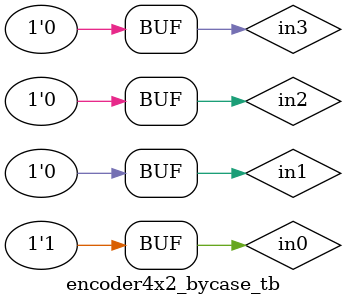
<source format=v>
module encoder4x2_dflow (in,y0,y1);
input [0:3]in;
output y0,y1;

assign y0 = in[2] | in[3];
assign y1 = in[1] | in[3];
endmodule
module encoder4x2_dflow_tb; // TESTBENCH
reg [0:3]in;
wire y0,y1;

encoder4x2_dflow gga5(in,y0,y1);
initial begin
    in[0]=1; in[1]=0; in[2]=0; in[3]=0;
    #10 in[0]=0; in[1]=1; in[2]=0; in[3]=0;
    #10 in[0]=0; in[1]=0; in[2]=1; in[3]=0;
    #10 in[0]=0; in[1]=0; in[2]=0; in[3]=1;
    #10 in[0]=0; in[1]=0; in[2]=0; in[3]=0;
end
endmodule
//------------------------------------------------------------------------------------------------------------------------
//Designing 4 to 2 Encoder using Data Flow Modelling using Ternary Operator
module encoder4x2_dflow1 (in0,in1,in2,in3,y0,y1);
input in0,in1,in2,in3;
output y0,y1;

assign {y0,y1} = (in3) ? 2'b11:
                 (in2) ? 2'b10:
                 (in1) ? 2'b01:
                 (in0) ? 2'b00: 2'b00; // ternary nesting
endmodule
module encoder4x2_dflow1_tb; // TESTBENCH
reg in0,in1,in2,in3;
wire y0,y1;

encoder4x2_dflow1 asw34(in0,in1,in2,in3,y0,y1);
initial begin
    $monitor("Time = %t | in0 = %b, in1 = %b, in2 = %b, in3 = %b | y0 = %b, y1 = %b", $time,in0, in1, in2, in3, y0, y1);
    in0 = 1; in1 = 0; in2 = 0; in3 = 0;
    #10 in0 = 0; in1 = 1; in2 = 0; in3 = 0;
    #10 in0 = 0; in1 = 0; in2 = 1; in3 = 0;
    #10 in0 = 0; in1 = 0; in2 = 0; in3 = 1;
    #10 in0 = 0; in1 = 0; in2 = 0; in3 = 0;
end
endmodule
//-----------------------------------------------------------------------------------------------------------------------------------
// Designing 4 to 2 Encoder using Case Statement (Behavioural Modelling)
module encoder4x2_bycase (in0,in1,in2,in3,y0,y1);
input in0,in1,in2,in3;
output reg y0,y1;

always@(*)begin
    {y0, y1} = 2'b00;
       case ({in0, in1, in2, in3})
        4'b1000: {y0, y1} = 2'b00;
        4'b0100: {y0, y1} = 2'b01;
        4'b0010: {y0, y1} = 2'b10;
        4'b0001: {y0, y1} = 2'b11;
       endcase 
end
endmodule
module encoder4x2_bycase_tb; // TESTBENCH
reg in0,in1,in2,in3;
wire y0,y1;

encoder4x2_bycase a3sc(in0,in1,in2,in3,y0,y1);
initial begin
    $monitor("Time=%t | in0=%b in1=%b in2=%b in3=%b | y0=%b y1=%b", $time,in0,in1,in2,in3,y0,y1);
    in0 = 1; in1 = 0; in2 = 0; in3 = 0;
    #10 in0 = 0; in1 = 1; in2 = 0; in3 = 0;
    #10 in0 = 0; in1 = 0; in2 = 1; in3 = 0;
    #10 in0 = 0; in1 = 0; in2 = 0; in3 = 1;
    #10 in0 = 1; in1 = 0; in2 = 0; in3 = 0;
end
endmodule
//-------------------------------------------------------------------------------------------------------------------------------
//

    
</source>
